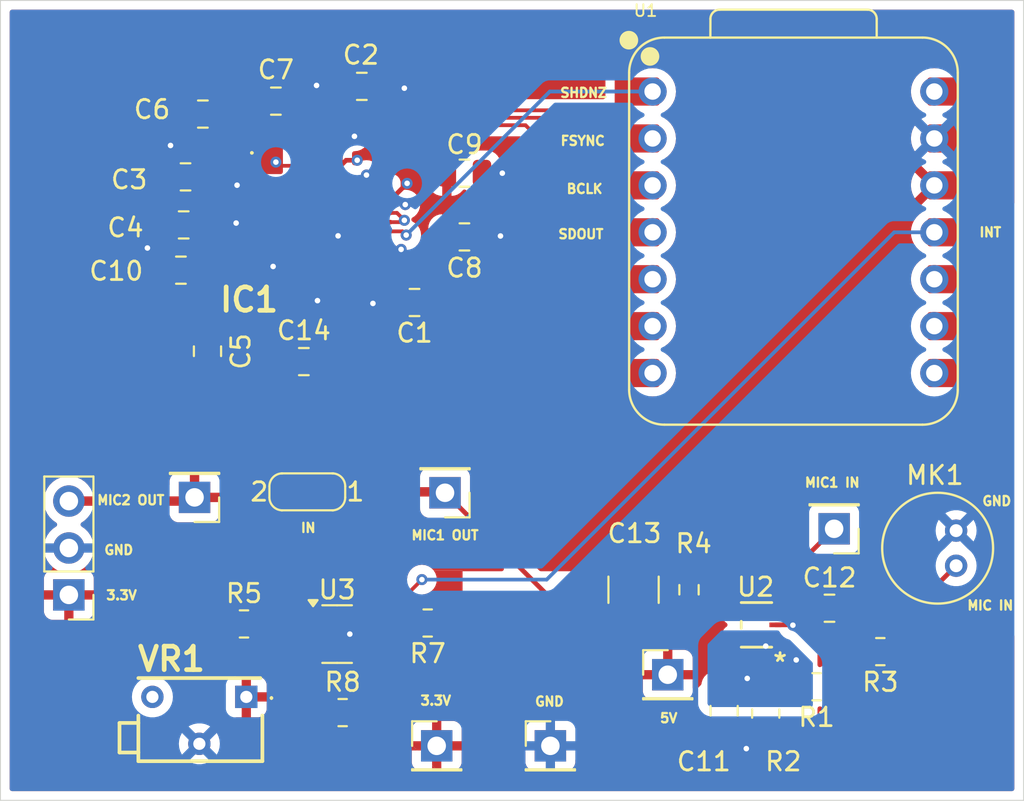
<source format=kicad_pcb>
(kicad_pcb (version 20240108) (generator "pcbnew") (generator_version "8.0")
  (layers (0 "F.Cu" signal) (31 "B.Cu" signal) (34 "B.Paste" user) (35 "F.Paste" user) (36 "B.SilkS" user "B.Silkscreen") (37 "F.SilkS" user "F.Silkscreen") (38 "B.Mask" user) (39 "F.Mask" user) (44 "Edge.Cuts" user))
  (net 0 "")
  (net 1 "GND")
  (net 2 "/AREG")
  (net 3 "Net-(IC1-IN1P)")
  (net 4 "MIC1_OUT")
  (net 5 "/DREG")
  (net 6 "Net-(IC1-VREF)")
  (net 7 "MIC_IN")
  (net 8 "Net-(IC1-IN2P)")
  (net 9 "MIC2_OUT")
  (net 11 "SDOUT")
  (net 12 "MICBIAS")
  (net 13 "FSYNC")
  (net 14 "SHDNZ")
  (net 16 "BCLK")
  (net 19 "+3.3V")
  (net 20 "+5V")
  (net 21 "INT")
  (net 29 "IN")
  (net 31 "/MIC")
  (net 32 "VA")
  (net 33 "/IN+")
  (footprint "Capacitor_SMD:C_0805_2012Metric_Pad1.18x1.45mm_HandSolder" (layer "F.Cu") (at 109.35 79.25 180)
    (property "Reference" "C2" (at 0.05 1.7 0) (layer "F.SilkS"))
    (property "Value" "1uF" (hide yes))
    (pad "1" smd roundrect (at -1.0375 0 180) (size 1.175 1.45) (layers "F.Cu" "F.Paste" "F.Mask") (roundrect_rratio 0.212766) (net 1 "GND"))
    (pad "2" smd roundrect (at 1.0375 0 180) (size 1.175 1.45) (layers "F.Cu" "F.Paste" "F.Mask") (roundrect_rratio 0.212766) (net 19 "+3.3V"))
  )
  (footprint "Capacitor_SMD:C_0805_2012Metric" (layer "F.Cu") (at 112.2 90.95)
    (property "Reference" "C1" (at 0 1.65 0) (layer "F.SilkS"))
    (property "Value" "0.1uF" (hide yes))
    (pad "1" smd roundrect (at -0.95 0) (size 1 1.45) (layers "F.Cu" "F.Paste" "F.Mask") (net 1 "GND"))
    (pad "2" smd roundrect (at 0.95 0) (size 1 1.45) (layers "F.Cu" "F.Paste" "F.Mask") (net 19 "+3.3V"))
  )
  (footprint "Capacitor_SMD:C_0805_2012Metric_Pad1.18x1.45mm_HandSolder" (layer "F.Cu") (at 128.95 113.05 90)
    (property "Reference" "C11" (at -2.75 -1.1 0) (layer "F.SilkS"))
    (property "Value" "3.3u" (hide yes))
    (pad "1" smd roundrect (at -1.0375 0 90) (size 1.175 1.45) (layers "F.Cu" "F.Paste" "F.Mask") (roundrect_rratio 0.212766) (net 1 "GND"))
    (pad "2" smd roundrect (at 1.0375 0 90) (size 1.175 1.45) (layers "F.Cu" "F.Paste" "F.Mask") (roundrect_rratio 0.212766) (net 33 "/IN+"))
  )
  (footprint "footprints:PCM1841QRGERQ1" (layer "F.Cu") (at 106.95 86.35)
    (property "Reference" "IC1" (at -3.7 4.45 0) (layer "F.SilkS") (effects (font (size 1.27 1.27) (thickness 0.254))))
    (property "Value" "PCM1841QRGERQ1" (hide yes))
    (pad "1" smd rect (at -2.8 -1.25 90) (size 0.24 2.4) (layers "F.Cu" "F.Paste" "F.Mask") (net 19 "+3.3V"))
    (pad "2" smd rect (at -2.8 -0.75 90) (size 0.24 2.4) (layers "F.Cu" "F.Paste" "F.Mask") (net 2 "/AREG"))
    (pad "3" smd rect (at -2.8 -0.25 90) (size 0.24 2.4) (layers "F.Cu" "F.Paste" "F.Mask") (net 6 "Net-(IC1-VREF)"))
    (pad "4" smd rect (at -2.8 0.25 90) (size 0.24 2.4) (layers "F.Cu" "F.Paste" "F.Mask") (net 1 "GND"))
    (pad "5" smd rect (at -2.8 0.75 90) (size 0.24 2.4) (layers "F.Cu" "F.Paste" "F.Mask") (net 12 "MICBIAS"))
    (pad "6" smd rect (at -2.8 1.25 90) (size 0.24 2.4) (layers "F.Cu" "F.Paste" "F.Mask") (net 3 "Net-(IC1-IN1P)"))
    (pad "7" smd rect (at -1.25 2.8) (size 0.24 2.4) (layers "F.Cu" "F.Paste" "F.Mask") (net 1 "GND"))
    (pad "8" smd rect (at -0.75 2.8) (size 0.24 2.4) (layers "F.Cu" "F.Paste" "F.Mask") (net 8 "Net-(IC1-IN2P)"))
    (pad "9" smd rect (at -0.25 2.8) (size 0.24 2.4) (layers "F.Cu" "F.Paste" "F.Mask") (net 1 "GND"))
    (pad "10" smd rect (at 0.25 2.8) (size 0.24 2.4) (layers "F.Cu" "F.Paste" "F.Mask"))
    (pad "11" smd rect (at 0.75 2.8) (size 0.24 2.4) (layers "F.Cu" "F.Paste" "F.Mask"))
    (pad "12" smd rect (at 1.25 2.8) (size 0.24 2.4) (layers "F.Cu" "F.Paste" "F.Mask"))
    (pad "13" smd rect (at 2.8 1.25 90) (size 0.24 2.4) (layers "F.Cu" "F.Paste" "F.Mask"))
    (pad "14" smd rect (at 2.8 0.75 90) (size 0.24 2.4) (layers "F.Cu" "F.Paste" "F.Mask") (net 14 "SHDNZ"))
    (pad "15" smd rect (at 2.8 0.25 90) (size 0.24 2.4) (layers "F.Cu" "F.Paste" "F.Mask") (net 19 "+3.3V"))
    (pad "16" smd rect (at 2.8 -0.25 90) (size 0.24 2.4) (layers "F.Cu" "F.Paste" "F.Mask") (net 19 "+3.3V"))
    (pad "17" smd rect (at 2.8 -0.75 90) (size 0.24 2.4) (layers "F.Cu" "F.Paste" "F.Mask") (net 1 "GND"))
    (pad "18" smd rect (at 2.8 -1.25 90) (size 0.24 2.4) (layers "F.Cu" "F.Paste" "F.Mask") (net 19 "+3.3V"))
    (pad "19" smd rect (at 1.25 -2.8) (size 0.24 2.4) (layers "F.Cu" "F.Paste" "F.Mask") (net 19 "+3.3V"))
    (pad "20" smd rect (at 0.75 -2.8) (size 0.24 2.4) (layers "F.Cu" "F.Paste" "F.Mask") (net 1 "GND"))
    (pad "21" smd rect (at 0.25 -2.8) (size 0.24 2.4) (layers "F.Cu" "F.Paste" "F.Mask") (net 11 "SDOUT"))
    (pad "22" smd rect (at -0.25 -2.8) (size 0.24 2.4) (layers "F.Cu" "F.Paste" "F.Mask") (net 16 "BCLK"))
    (pad "23" smd rect (at -0.75 -2.8) (size 0.24 2.4) (layers "F.Cu" "F.Paste" "F.Mask") (net 13 "FSYNC"))
    (pad "24" smd rect (at -1.25 -2.8) (size 0.24 2.4) (layers "F.Cu" "F.Paste" "F.Mask") (net 5 "/DREG"))
    (pad "25" smd rect (at 0 0) (size 1.68 1.68) (layers "F.Cu" "F.Paste" "F.Mask") (net 1 "GND"))
    (pad "A1" smd rect (at -2.8 -1.725) (size 2.4 0.25) (layers "F.Cu" "F.Paste" "F.Mask") (net 1 "GND"))
    (pad "A2" smd rect (at -2.8 1.725) (size 2.4 0.25) (layers "F.Cu" "F.Paste" "F.Mask") (net 1 "GND"))
    (pad "A3" smd rect (at 2.8 1.725) (size 2.4 0.25) (layers "F.Cu" "F.Paste" "F.Mask") (net 1 "GND"))
    (pad "A4" smd rect (at 2.8 -1.725) (size 2.4 0.25) (layers "F.Cu" "F.Paste" "F.Mask") (net 1 "GND"))
  )
  (footprint "Connector_PinHeader_2.54mm:PinHeader_1x03_P2.54mm_Vertical" (layer "F.Cu") (at 93.5 106.78 180)
    (property "Reference" "J6" (hide yes))
    (property "Value" "Conn_01x03_Pin" (hide yes))
    (pad "1" thru_hole rect (at 0 0 180) (size 1.7 1.7) (drill 1) (layers "*.Cu" "*.Mask") (net 19 "+3.3V"))
    (pad "2" thru_hole oval (at 0 2.54 180) (size 1.7 1.7) (drill 1) (layers "*.Cu" "*.Mask") (net 1 "GND"))
    (pad "3" thru_hole oval (at 0 5.08 180) (size 1.7 1.7) (drill 1) (layers "*.Cu" "*.Mask") (net 9 "MIC2_OUT"))
  )
  (footprint "Capacitor_SMD:C_0805_2012Metric_Pad1.18x1.45mm_HandSolder" (layer "F.Cu") (at 134.65 107.5 180)
    (property "Reference" "C12" (at 0 1.65 0) (layer "F.SilkS"))
    (property "Value" "4.7u" (hide yes))
    (pad "1" smd roundrect (at -1.0375 0 180) (size 1.175 1.45) (layers "F.Cu" "F.Paste" "F.Mask") (roundrect_rratio 0.212766) (net 31 "/MIC"))
    (pad "2" smd roundrect (at 1.0375 0 180) (size 1.175 1.45) (layers "F.Cu" "F.Paste" "F.Mask") (roundrect_rratio 0.212766) (net 7 "MIC_IN"))
  )
  (footprint "Resistor_SMD:R_0805_2012Metric" (layer "F.Cu") (at 108.3125 113.15)
    (property "Reference" "R8" (at 0 -1.65 0) (layer "F.SilkS"))
    (property "Value" "100K" (hide yes))
    (pad "1" smd roundrect (at -0.9125 0) (size 1.025 1.4) (layers "F.Cu" "F.Paste" "F.Mask") (roundrect_rratio 0.243902) (net 32 "VA"))
    (pad "2" smd roundrect (at 0.9125 0) (size 1.025 1.4) (layers "F.Cu" "F.Paste" "F.Mask") (roundrect_rratio 0.243902) (net 21 "INT"))
  )
  (footprint "Resistor_SMD:R_0805_2012Metric" (layer "F.Cu") (at 137.4 109.85 180)
    (property "Reference" "R3" (at 0 -1.65 0) (layer "F.SilkS"))
    (property "Value" "5.9K" (hide yes))
    (pad "1" smd roundrect (at -0.9125 0 180) (size 1.025 1.4) (layers "F.Cu" "F.Paste" "F.Mask") (roundrect_rratio 0.243902) (net 19 "+3.3V"))
    (pad "2" smd roundrect (at 0.9125 0 180) (size 1.025 1.4) (layers "F.Cu" "F.Paste" "F.Mask") (roundrect_rratio 0.243902) (net 31 "/MIC"))
  )
  (footprint "footprints:CUI_CMC-5042PF-AC" (layer "F.Cu") (at 140.5 104.25)
    (property "Reference" "MK1" (at -0.15 -3.95 0) (layer "F.SilkS") (effects (font (size 1.000693 1.000693))))
    (property "Value" "Microphone" (hide yes))
    (pad "GND" thru_hole circle (at 1 -0.95) (size 1.208 1.208) (drill 0.7) (layers "*.Cu" "*.Mask" "Eco1.User") (net 1 "GND"))
    (pad "MIC" thru_hole circle (at 1 0.95) (size 1.208 1.208) (drill 0.7) (layers "*.Cu" "*.Mask") (net 31 "/MIC"))
  )
  (footprint "footprints:DCK5_TEX-L" (layer "F.Cu") (at 130.7 108.4 180)
    (property "Reference" "U2" (at 0.05 2.05 0) (layer "F.SilkS"))
    (property "Value" "TLV6741DCKR" (hide yes))
    (fp_text user "*" (at -1.27635 -2.047 0) (layer "F.SilkS"))
    (pad "1" smd rect (at -1.02235 -0.649999 180) (size 0.6477 0.254) (layers "F.Cu" "F.Paste" "F.Mask") (net 33 "/IN+"))
    (pad "2" smd rect (at -1.02235 0 180) (size 0.6477 0.254) (layers "F.Cu" "F.Paste" "F.Mask") (net 1 "GND"))
    (pad "3" smd rect (at -1.02235 0.649999 180) (size 0.6477 0.254) (layers "F.Cu" "F.Paste" "F.Mask") (net 7 "MIC_IN"))
    (pad "4" smd rect (at 1.02235 0.649999 180) (size 0.6477 0.254) (layers "F.Cu" "F.Paste" "F.Mask") (net 4 "MIC1_OUT"))
    (pad "5" smd rect (at 1.02235 -0.649999 180) (size 0.6477 0.254) (layers "F.Cu" "F.Paste" "F.Mask") (net 20 "+5V"))
  )
  (footprint "Jumper:SolderJumper-3_P1.3mm_Open_RoundedPad1.0x1.5mm_NumberLabels" (layer "F.Cu") (at 106.4 101.2 180)
    (property "Reference" "JP2" (hide yes))
    (property "Value" "SolderJumper_3_Open" (hide yes))
    (fp_text user "2" (at 2.6 0 0) (layer "F.SilkS"))
    (fp_text user "1" (at -2.6 0 0) (layer "F.SilkS"))
    (pad "1" smd custom (at -1.3 0 180) (size 1 0.5) (layers "F.Cu" "F.Mask") (net 4 "MIC1_OUT") (options (clearance outline) (anchor rect)) (primitives (gr_circle (center 0 0.25) (end 0.5 0.25) (width 0) (fill yes)) (gr_circle (center 0 -0.25) (end 0.5 -0.25) (width 0) (fill yes)) (gr_poly (pts (xy 0.55 0.75) (xy 0 0.75) (xy 0 -0.75) (xy 0.55 -0.75)) (width 0) (fill yes))))
    (pad "2" smd rect (at 0 0 180) (size 1 1.5) (layers "F.Cu" "F.Mask") (net 29 "IN"))
    (pad "3" smd custom (at 1.3 0 180) (size 1 0.5) (layers "F.Cu" "F.Mask") (net 9 "MIC2_OUT") (options (clearance outline) (anchor rect)) (primitives (gr_circle (center 0 0.25) (end 0.5 0.25) (width 0) (fill yes)) (gr_circle (center 0 -0.25) (end 0.5 -0.25) (width 0) (fill yes)) (gr_poly (pts (xy 0 0.75) (xy -0.55 0.75) (xy -0.55 -0.75) (xy 0 -0.75)) (width 0) (fill yes))))
  )
  (footprint "Resistor_SMD:R_0603_1608Metric_Pad0.98x0.95mm_HandSolder" (layer "F.Cu") (at 127.05 106.5 -90)
    (property "Reference" "R4" (at -2.5 -0.25 0) (layer "F.SilkS"))
    (property "Value" "67.8K" (hide yes))
    (pad "1" smd roundrect (at -0.9125 0 270) (size 0.975 0.95) (layers "F.Cu" "F.Paste" "F.Mask") (net 7 "MIC_IN"))
    (pad "2" smd roundrect (at 0.9125 0 270) (size 0.975 0.95) (layers "F.Cu" "F.Paste" "F.Mask") (net 4 "MIC1_OUT"))
  )
  (footprint "Capacitor_SMD:C_0805_2012Metric_Pad1.18x1.45mm_HandSolder" (layer "F.Cu") (at 99.5625 89.2)
    (property "Reference" "C10" (at -3.5 0.05 0) (layer "F.SilkS"))
    (property "Value" "1uF")
    (pad "1" smd roundrect (at -1.0375 0) (size 1.175 1.45) (layers "F.Cu" "F.Paste" "F.Mask") (roundrect_rratio 0.212766) (net 1 "GND"))
    (pad "2" smd roundrect (at 1.0375 0) (size 1.175 1.45) (layers "F.Cu" "F.Paste" "F.Mask") (roundrect_rratio 0.212766) (net 6 "Net-(IC1-VREF)"))
  )
  (footprint "Connector_PinHeader_2.54mm:PinHeader_1x01_P2.54mm_Vertical" (layer "F.Cu") (at 125.9 111.1)
    (property "Reference" "J5" (hide yes))
    (property "Value" "Conn_01x01_Pin" (hide yes))
    (pad "1" thru_hole rect (at 0 0) (size 1.7 1.7) (drill 1) (layers "*.Cu" "*.Mask") (net 20 "+5V"))
  )
  (footprint "Capacitor_SMD:C_0805_2012Metric_Pad1.18x1.45mm_HandSolder" (layer "F.Cu") (at 106.2125 94.15)
    (property "Reference" "C14" (at 0 -1.68 0) (layer "F.SilkS"))
    (property "Value" "1uF" (hide yes))
    (pad "1" smd roundrect (at -1.0375 0) (size 1.175 1.45) (layers "F.Cu" "F.Paste" "F.Mask") (roundrect_rratio 0.212766) (net 4 "MIC1_OUT"))
    (pad "2" smd roundrect (at 1.0375 0) (size 1.175 1.45) (layers "F.Cu" "F.Paste" "F.Mask") (roundrect_rratio 0.212766) (net 8 "Net-(IC1-IN2P)"))
  )
  (footprint "Capacitor_SMD:C_0805_2012Metric" (layer "F.Cu") (at 104.7 80.05 180)
    (property "Reference" "C7" (at 0 1.7 0) (layer "F.SilkS"))
    (property "Value" "10uF" (hide yes))
    (pad "1" smd roundrect (at -0.95 0 180) (size 1 1.45) (layers "F.Cu" "F.Paste" "F.Mask") (net 1 "GND"))
    (pad "2" smd roundrect (at 0.95 0 180) (size 1 1.45) (layers "F.Cu" "F.Paste" "F.Mask") (net 5 "/DREG"))
  )
  (footprint "Connector_PinHeader_2.54mm:PinHeader_1x01_P2.54mm_Vertical" (layer "F.Cu") (at 134.9 103.2 180)
    (property "Reference" "J2" (hide yes))
    (property "Value" "Conn_01x01_Pin" (hide yes))
    (pad "1" thru_hole rect (at 0 0 180) (size 1.7 1.7) (drill 1) (layers "*.Cu" "*.Mask") (net 7 "MIC_IN"))
  )
  (footprint "footprints:3266X1104LF" (layer "F.Cu") (at 103.1 112.3 180)
    (property "Reference" "VR1" (at 4.05 2.05 0) (layer "F.SilkS") (effects (font (size 1.27 1.27) (thickness 0.254))))
    (property "Value" "3266X-1-104LF" (hide yes))
    (pad "1" thru_hole rect (at 0 0 180) (size 1.21 1.21) (drill 0.66) (layers "*.Cu" "*.Mask") (net 32 "VA"))
    (pad "2" thru_hole circle (at 2.54 -2.54 180) (size 1.21 1.21) (drill 0.66) (layers "*.Cu" "*.Mask") (net 1 "GND"))
    (pad "3" thru_hole circle (at 5.08 0 180) (size 1.21 1.21) (drill 0.66) (layers "*.Cu" "*.Mask"))
  )
  (footprint "Resistor_SMD:R_0805_2012Metric" (layer "F.Cu") (at 133.95 111.75 180)
    (property "Reference" "R1" (at 0 -1.65 0) (layer "F.SilkS"))
    (property "Value" "100K" (hide yes))
    (pad "1" smd roundrect (at -0.9125 0 180) (size 1.025 1.4) (layers "F.Cu" "F.Paste" "F.Mask") (roundrect_rratio 0.243902) (net 19 "+3.3V"))
    (pad "2" smd roundrect (at 0.9125 0 180) (size 1.025 1.4) (layers "F.Cu" "F.Paste" "F.Mask") (roundrect_rratio 0.243902) (net 33 "/IN+"))
  )
  (footprint "Capacitor_SMD:C_1210_3225Metric" (layer "F.Cu") (at 124.05 106.5 90)
    (property "Reference" "C13" (at 3.05 0.05 180) (layer "F.SilkS"))
    (property "Value" "17.6u" (hide yes))
    (pad "1" smd roundrect (at -1.475 0 90) (size 1.15 2.7) (layers "F.Cu" "F.Paste" "F.Mask") (roundrect_rratio 0.217391) (net 4 "MIC1_OUT"))
    (pad "2" smd roundrect (at 1.475 0 90) (size 1.15 2.7) (layers "F.Cu" "F.Paste" "F.Mask") (roundrect_rratio 0.217391) (net 7 "MIC_IN"))
  )
  (footprint "Connector_PinHeader_2.54mm:PinHeader_1x01_P2.54mm_Vertical" (layer "F.Cu") (at 100.3 101.5 180)
    (property "Reference" "J7" (hide yes))
    (property "Value" "Conn_01x01_Pin" (hide yes))
    (pad "1" thru_hole rect (at 0 0 180) (size 1.7 1.7) (drill 1) (layers "*.Cu" "*.Mask") (net 9 "MIC2_OUT"))
  )
  (footprint "Capacitor_SMD:C_0805_2012Metric_Pad1.18x1.45mm_HandSolder" (layer "F.Cu") (at 101 93.5875 90)
    (property "Reference" "C5" (at -0.0125 1.8 90) (layer "F.SilkS"))
    (property "Value" "1uF" (hide yes))
    (pad "1" smd roundrect (at -1.0375 0 90) (size 1.175 1.45) (layers "F.Cu" "F.Paste" "F.Mask") (roundrect_rratio 0.212766) (net 9 "MIC2_OUT"))
    (pad "2" smd roundrect (at 1.0375 0 90) (size 1.175 1.45) (layers "F.Cu" "F.Paste" "F.Mask") (roundrect_rratio 0.212766) (net 3 "Net-(IC1-IN1P)"))
  )
  (footprint "Resistor_SMD:R_0805_2012Metric" (layer "F.Cu") (at 131.2 113.2 -90)
    (property "Reference" "R2" (at 2.6 -0.95 0) (layer "F.SilkS"))
    (property "Value" "100K" (hide yes))
    (pad "1" smd roundrect (at -0.9125 0 270) (size 1.025 1.4) (layers "F.Cu" "F.Paste" "F.Mask") (roundrect_rratio 0.243902) (net 33 "/IN+"))
    (pad "2" smd roundrect (at 0.9125 0 270) (size 1.025 1.4) (layers "F.Cu" "F.Paste" "F.Mask") (roundrect_rratio 0.243902) (net 1 "GND"))
  )
  (footprint "Resistor_SMD:R_0805_2012Metric" (layer "F.Cu") (at 102.975 108.35)
    (property "Reference" "R5" (at 0 -1.65 0) (layer "F.SilkS"))
    (property "Value" "100K" (hide yes))
    (pad "1" smd roundrect (at -0.9125 0) (size 1.025 1.4) (layers "F.Cu" "F.Paste" "F.Mask") (roundrect_rratio 0.243902) (net 19 "+3.3V"))
    (pad "2" smd roundrect (at 0.9125 0) (size 1.025 1.4) (layers "F.Cu" "F.Paste" "F.Mask") (roundrect_rratio 0.243902) (net 32 "VA"))
  )
  (footprint "Connector_PinHeader_2.54mm:PinHeader_1x01_P2.54mm_Vertical" (layer "F.Cu") (at 119.55 114.95)
    (property "Reference" "J4" (hide yes))
    (property "Value" "Conn_01x01_Pin" (hide yes))
    (pad "1" thru_hole rect (at 0 0) (size 1.7 1.7) (drill 1) (layers "*.Cu" "*.Mask") (net 1 "GND"))
  )
  (footprint "Connector_PinHeader_2.54mm:PinHeader_1x01_P2.54mm_Vertical" (layer "F.Cu") (at 113.4 114.95)
    (property "Reference" "J3" (hide yes))
    (property "Value" "Conn_01x01_Pin" (hide yes))
    (pad "1" thru_hole rect (at 0 0) (size 1.7 1.7) (drill 1) (layers "*.Cu" "*.Mask") (net 19 "+3.3V"))
  )
  (footprint "Capacitor_SMD:C_0805_2012Metric" (layer "F.Cu") (at 114.9 83.95 180)
    (property "Reference" "C9" (at 0 1.55 0) (layer "F.SilkS"))
    (property "Value" "0.1uF" (hide yes))
    (pad "1" smd roundrect (at -0.95 0 180) (size 1 1.45) (layers "F.Cu" "F.Paste" "F.Mask") (net 1 "GND"))
    (pad "2" smd roundrect (at 0.95 0 180) (size 1 1.45) (layers "F.Cu" "F.Paste" "F.Mask") (net 19 "+3.3V"))
  )
  (footprint "Connector_PinHeader_2.54mm:PinHeader_1x01_P2.54mm_Vertical" (layer "F.Cu") (at 113.85 101.25 180)
    (property "Reference" "J1" (hide yes))
    (property "Value" "Conn_01x01_Pin" (hide yes))
    (pad "1" thru_hole rect (at 0 0 180) (size 1.7 1.7) (drill 1) (layers "*.Cu" "*.Mask") (net 4 "MIC1_OUT"))
  )
  (footprint "Package_TO_SOT_SMD:SOT-23-5" (layer "F.Cu") (at 108.0125 108.9)
    (property "Reference" "U3" (at 0 -2.4 0) (layer "F.SilkS"))
    (property "Value" "TL331KDBVR" (hide yes))
    (pad "1" smd roundrect (at -1.1375 -0.95) (size 1.325 0.6) (layers "F.Cu" "F.Paste" "F.Mask") (net 29 "IN"))
    (pad "2" smd roundrect (at -1.1375 0) (size 1.325 0.6) (layers "F.Cu" "F.Paste" "F.Mask") (net 1 "GND"))
    (pad "3" smd roundrect (at -1.1375 0.95) (size 1.325 0.6) (layers "F.Cu" "F.Paste" "F.Mask") (net 32 "VA"))
    (pad "4" smd roundrect (at 1.1375 0.95) (size 1.325 0.6) (layers "F.Cu" "F.Paste" "F.Mask") (net 21 "INT"))
    (pad "5" smd roundrect (at 1.1375 -0.95) (size 1.325 0.6) (layers "F.Cu" "F.Paste" "F.Mask") (net 19 "+3.3V"))
  )
  (footprint "Capacitor_SMD:C_0805_2012Metric" (layer "F.Cu") (at 114.9 87.4 180)
    (property "Reference" "C8" (at 0 -1.68 0) (layer "F.SilkS"))
    (property "Value" "10uF" (hide yes))
    (pad "1" smd roundrect (at -0.95 0 180) (size 1 1.45) (layers "F.Cu" "F.Paste" "F.Mask") (net 1 "GND"))
    (pad "2" smd roundrect (at 0.95 0 180) (size 1 1.45) (layers "F.Cu" "F.Paste" "F.Mask") (net 19 "+3.3V"))
  )
  (footprint "Capacitor_SMD:C_0805_2012Metric" (layer "F.Cu") (at 100.75 80.75 180)
    (property "Reference" "C6" (at 2.75 0.25 0) (layer "F.SilkS"))
    (property "Value" "0.1uF")
    (pad "1" smd roundrect (at -0.95 0 180) (size 1 1.45) (layers "F.Cu" "F.Paste" "F.Mask") (net 5 "/DREG"))
    (pad "2" smd roundrect (at 0.95 0 180) (size 1 1.45) (layers "F.Cu" "F.Paste" "F.Mask") (net 1 "GND"))
  )
  (footprint "Capacitor_SMD:C_0805_2012Metric" (layer "F.Cu") (at 99.8125 84.15 180)
    (property "Reference" "C3" (at 3.05 -0.15 0) (layer "F.SilkS"))
    (property "Value" "0.1uF" (hide yes))
    (pad "1" smd roundrect (at -0.95 0 180) (size 1 1.45) (layers "F.Cu" "F.Paste" "F.Mask") (net 2 "/AREG"))
    (pad "2" smd roundrect (at 0.95 0 180) (size 1 1.45) (layers "F.Cu" "F.Paste" "F.Mask") (net 1 "GND"))
  )
  (footprint "footprints:XIAO-ESP32S3-DIP" (layer "F.Cu") (at 132.7 87.15)
    (property "Reference" "U1" (at -8 -12 0) (layer "F.SilkS") (effects (font (size 0.635 0.635) (thickness 0.1016))))
    (property "Value" "MOUDLE-SEEEDUINO-XIAO-ESP32S3")
    (pad "1" smd roundrect (at -8.455 -7.62 180) (size 2.432 1.524) (layers "F.Cu" "F.Mask") (roundrect_rratio 0.1) (net 14 "SHDNZ"))
    (pad "1" thru_hole circle (at -7.62 -7.62 180) (size 1.524 1.524) (drill 0.889) (layers "*.Cu" "*.Mask") (net 14 "SHDNZ"))
    (pad "2" smd roundrect (at -8.455 -5.08 180) (size 2.432 1.524) (layers "F.Cu" "F.Mask") (roundrect_rratio 0.1) (net 13 "FSYNC"))
    (pad "2" thru_hole circle (at -7.62 -5.08 180) (size 1.524 1.524) (drill 0.889) (layers "*.Cu" "*.Mask") (net 13 "FSYNC"))
    (pad "3" smd roundrect (at -8.455 -2.54 180) (size 2.432 1.524) (layers "F.Cu" "F.Mask") (roundrect_rratio 0.1) (net 16 "BCLK"))
    (pad "3" thru_hole circle (at -7.62 -2.54 180) (size 1.524 1.524) (drill 0.889) (layers "*.Cu" "*.Mask") (net 16 "BCLK"))
    (pad "4" smd roundrect (at -8.455 0 180) (size 2.432 1.524) (layers "F.Cu" "F.Mask") (roundrect_rratio 0.1) (net 11 "SDOUT"))
    (pad "4" thru_hole circle (at -7.62 0 180) (size 1.524 1.524) (drill 0.889) (layers "*.Cu" "*.Mask") (net 11 "SDOUT"))
    (pad "5" smd roundrect (at -8.455 2.54 180) (size 2.432 1.524) (layers "F.Cu" "F.Mask") (roundrect_rratio 0.1))
    (pad "5" thru_hole circle (at -7.62 2.54 180) (size 1.524 1.524) (drill 0.889) (layers "*.Cu" "*.Mask"))
    (pad "6" smd roundrect (at -8.455 5.08 180) (size 2.432 1.524) (layers "F.Cu" "F.Mask") (roundrect_rratio 0.1))
    (pad "6" thru_hole circle (at -7.62 5.08 180) (size 1.524 1.524) (drill 0.889) (layers "*.Cu" "*.Mask"))
    (pad "7" smd roundrect (at -8.455 7.62 180) (size 2.432 1.524) (layers "F.Cu" "F.Mask") (roundrect_rratio 0.1))
    (pad "7" thru_hole circle (at -7.62 7.62 180) (size 1.524 1.524) (drill 0.889) (layers "*.Cu" "*.Mask"))
    (pad "8" thru_hole circle (at 7.62 7.62) (size 1.524 1.524) (drill 0.889) (layers "*.Cu" "*.Mask"))
    (pad "8" smd roundrect (at 8.455 7.62) (size 2.432 1.524) (layers "F.Cu" "F.Mask") (roundrect_rratio 0.1))
    (pad "9" thru_hole circle (at 7.62 5.08) (size 1.524 1.524) (drill 0.889) (layers "*.Cu" "*.Mask"))
    (pad "9" smd roundrect (at 8.455 5.08) (size 2.432 1.524) (layers "F.Cu" "F.Mask") (roundrect_rratio 0.1))
    (pad "10" thru_hole circle (at 7.62 2.54) (size 1.524 1.524) (drill 0.889) (layers "*.Cu" "*.Mask"))
    (pad "10" smd roundrect (at 8.455 2.54) (size 2.432 1.524) (layers "F.Cu" "F.Mask") (roundrect_rratio 0.1))
    (pad "11" thru_hole circle (at 7.62 0) (size 1.524 1.524) (drill 0.889) (layers "*.Cu" "*.Mask") (net 21 "INT"))
    (pad "11" smd roundrect (at 8.455 0) (size 2.432 1.524) (layers "F.Cu" "F.Mask") (roundrect_rratio 0.1) (net 21 "INT"))
    (pad "12" thru_hole circle (at 7.62 -2.54) (size 1.524 1.524) (drill 0.889) (layers "*.Cu" "*.Mask") (net 19 "+3.3V"))
    (pad "12" smd roundrect (at 8.455 -2.54) (size 2.432 1.524) (layers "F.Cu" "F.Mask") (roundrect_rratio 0.1) (net 19 "+3.3V"))
    (pad "13" thru_hole circle (at 7.62 -5.08) (size 1.524 1.524) (drill 0.889) (layers "*.Cu" "*.Mask") (net 1 "GND"))
    (pad "13" smd roundrect (at 8.455 -5.08) (size 2.432 1.524) (layers "F.Cu" "F.Mask") (roundrect_rratio 0.1) (net 1 "GND"))
    (pad "14" thru_hole circle (at 7.62 -7.62) (size 1.524 1.524) (drill 0.889) (layers "*.Cu" "*.Mask"))
    (pad "14" smd roundrect (at 8.455 -7.62) (size 2.432 1.524) (layers "F.Cu" "F.Mask") (roundrect_rratio 0.1))
  )
  (footprint "Capacitor_SMD:C_0805_2012Metric" (layer "F.Cu") (at 99.7125 86.75 180)
    (property "Reference" "C4" (at 3.15 -0.15 0) (layer "F.SilkS"))
    (property "Value" "10uF" (hide yes))
    (pad "1" smd roundrect (at -0.95 0 180) (size 1 1.45) (layers "F.Cu" "F.Paste" "F.Mask") (net 2 "/AREG"))
    (pad "2" smd roundrect (at 0.95 0 180) (size 1 1.45) (layers "F.Cu" "F.Paste" "F.Mask") (net 1 "GND"))
  )
  (footprint "Resistor_SMD:R_0805_2012Metric" (layer "F.Cu") (at 112.9125 108.3 180)
    (property "Reference" "R7" (at 0 -1.65 0) (layer "F.SilkS"))
    (property "Value" "10K")
    (pad "1" smd roundrect (at -0.9125 0 180) (size 1.025 1.4) (layers "F.Cu" "F.Paste" "F.Mask") (roundrect_rratio 0.243902) (net 19 "+3.3V"))
    (pad "2" smd roundrect (at 0.9125 0 180) (size 1.025 1.4) (layers "F.Cu" "F.Paste" "F.Mask") (roundrect_rratio 0.243902) (net 21 "INT"))
  )
  (gr_line (start 89.8 117.9) (end 89.8 74.6) (stroke (width 0.05)) (layer "Edge.Cuts"))
  (gr_line (start 145.15 74.6) (end 145.15 117.9) (stroke (width 0.05)) (layer "Edge.Cuts"))
  (gr_line (start 89.8 74.6) (end 145.15 74.6) (stroke (width 0.05)) (layer "Edge.Cuts"))
  (gr_line (start 145.15 117.9) (end 89.8 117.9) (stroke (width 0.05)) (layer "Edge.Cuts"))
  (gr_text "GND" (at 119.5 112.55 0) (layer "F.SilkS") (effects (font (size 0.5 0.5) (thickness 0.125))))
  (gr_text "MIC1 OUT" (at 113.85 103.55 0) (layer "F.SilkS") (effects (font (size 0.5 0.5) (thickness 0.125))))
  (gr_text "FSYNC" (at 121.3 82.2 0) (layer "F.SilkS") (effects (font (size 0.5 0.5) (thickness 0.125))))
  (gr_text "3.3V" (at 113.35 112.5 0) (layer "F.SilkS") (effects (font (size 0.5 0.5) (thickness 0.125))))
  (gr_text "GND" (at 143.7 101.7 0) (layer "F.SilkS") (effects (font (size 0.5 0.5) (thickness 0.125))))
  (gr_text "3.3V" (at 96.35 106.8 0) (layer "F.SilkS") (effects (font (size 0.5 0.5) (thickness 0.125))))
  (gr_text "BCLK\n" (at 121.4 84.8 0) (layer "F.SilkS") (effects (font (size 0.5 0.5) (thickness 0.125))))
  (gr_text "SDOUT" (at 121.2 87.25 0) (layer "F.SilkS") (effects (font (size 0.5 0.5) (thickness 0.125))))
  (gr_text "IN" (at 106.45 103.15 0) (layer "F.SilkS") (effects (font (size 0.5 0.5) (thickness 0.125))))
  (gr_text "SHDNZ" (at 121.35 79.6 0) (layer "F.SilkS") (effects (font (size 0.5 0.5) (thickness 0.125))))
  (gr_text "MIC2 OUT" (at 96.85 101.65 0) (layer "F.SilkS") (effects (font (size 0.5 0.5) (thickness 0.125))))
  (gr_text "MIC1 IN" (at 134.8 100.7 0) (layer "F.SilkS") (effects (font (size 0.5 0.5) (thickness 0.125))))
  (gr_text "5V" (at 125.95 113.45 0) (layer "F.SilkS") (effects (font (size 0.5 0.5) (thickness 0.125))))
  (gr_text "GND\n" (at 96.2 104.35 0) (layer "F.SilkS") (effects (font (size 0.5 0.5) (thickness 0.125))))
  (gr_text "MIC IN" (at 143.35 107.35 0) (layer "F.SilkS") (effects (font (size 0.5 0.5) (thickness 0.125))))
  (gr_text "INT" (at 143.35 87.15 0) (layer "F.SilkS") (effects (font (size 0.5 0.5) (thickness 0.125))))
  (segment (start 109.75 84.625) (end 109.75 84.2) (width 0.2032) (layer "F.Cu") (net 1))
  (segment (start 107.7 83.55) (end 107.7 82.076) (width 0.254) (layer "F.Cu") (net 1))
  (segment (start 104.15 88.6) (end 104.15 88.075) (width 0.2032) (layer "F.Cu") (net 1))
  (segment (start 109.95 91) (end 110 90.95) (width 0.508) (layer "F.Cu") (net 1))
  (segment (start 102.6 84.6) (end 104.125 84.6) (width 0.2032) (layer "F.Cu") (net 1))
  (segment (start 97.75 87.7625) (end 98.7625 86.75) (width 0.2032) (layer "F.Cu") (net 1))
  (segment (start 109.75 88.075) (end 111.475 88.075) (width 0.2032) (layer "F.Cu") (net 1))
  (segment (start 99 82.45) (end 99 81.55) (width 0.508) (layer "F.Cu") (net 1))
  (segment (start 98.8625 84.15) (end 98.8625 82.5875) (width 0.508) (layer "F.Cu") (net 1))
  (segment (start 98.7625 86.75) (end 98.7625 86.9875) (width 0.2) (layer "F.Cu") (net 1))
  (segment (start 104.15 84.625) (end 103.725 84.625) (width 0.2032) (layer "F.Cu") (net 1))
  (segment (start 132.650694 108.4) (end 131.72235 108.4) (width 0.254) (layer "F.Cu") (net 1))
  (segment (start 130.15 115.1) (end 130.2125 115.1) (width 0.508) (layer "F.Cu") (net 1))
  (segment (start 104.125 84.6) (end 104.15 84.625) (width 0.2032) (layer "F.Cu") (net 1))
  (segment (start 104.15 86.6) (end 102.6 86.6) (width 0.254) (layer "F.Cu") (net 1))
  (segment (start 107.7 82.076) (end 107.826 81.95) (width 0.254) (layer "F.Cu") (net 1))
  (segment (start 111.5 88.1) (end 111.475 88.075) (width 0.2032) (layer "F.Cu") (net 1))
  (segment (start 104.7 89.15) (end 104.55 89) (width 0.254) (layer "F.Cu") (net 1))
  (segment (start 104.55 89) (end 104.15 88.6) (width 0.2032) (layer "F.Cu") (net 1))
  (segment (start 128.95 114.0875) (end 129.1375 114.0875) (width 0.508) (layer "F.Cu") (net 1))
  (segment (start 115.85 87.4) (end 116.8 87.4) (width 0.508) (layer "F.Cu") (net 1))
  (segment (start 111.55 79.25) (end 111.65 79.35) (width 0.508) (layer "F.Cu") (net 1))
  (segment (start 106.875 108.9) (end 108.7 108.9) (width 0.508) (layer "F.Cu") (net 1))
  (segment (start 110 90.95) (end 111.25 90.95) (width 0.508) (layer "F.Cu") (net 1))
  (segment (start 110.3875 79.25) (end 111.55 79.25) (width 0.508) (layer "F.Cu") (net 1))
  (segment (start 99 81.55) (end 99.8 80.75) (width 0.508) (layer "F.Cu") (net 1))
  (segment (start 98.525 89.2) (end 98.525 88.775) (width 0.2032) (layer "F.Cu") (net 1))
  (segment (start 98.8625 82.5875) (end 99 82.45) (width 0.508) (layer "F.Cu") (net 1))
  (segment (start 109.75 84.2) (end 109.6 84.05) (width 0.2032) (layer "F.Cu") (net 1))
  (segment (start 97.75 88) (end 97.75 87.7625) (width 0.2032) (layer "F.Cu") (net 1))
  (segment (start 111.65 85.6) (end 111.7 85.65) (width 0.2032) (layer "F.Cu") (net 1))
  (segment (start 105.65 80.05) (end 106.5 79.2) (width 0.508) (layer "F.Cu") (net 1))
  (segment (start 105.7 89.15) (end 104.7 89.15) (width 0.254) (layer "F.Cu") (net 1))
  (segment (start 106.5 79.2) (end 106.9 79.2) (width 0.508) (layer "F.Cu") (net 1))
  (segment (start 106.7 89.15) (end 106.7 90.6) (width 0.254) (layer "F.Cu") (net 1))
  (segment (start 107.942351 87.342351) (end 106.95 86.35) (width 0.254) (layer "F.Cu") (net 1))
  (segment (start 115.85 83.95) (end 116.95 83.95) (width 0.508) (layer "F.Cu") (net 1))
  (segment (start 106.7 90.6) (end 106.95 90.85) (width 0.254) (layer "F.Cu") (net 1))
  (segment (start 108.065199 87.342351) (end 107.942351 87.342351) (width 0.254) (layer "F.Cu") (net 1))
  (segment (start 108.95 81.95) (end 108.95 81.9548) (width 0.254) (layer "F.Cu") (net 1))
  (segment (start 98.525 88.775) (end 97.75 88) (width 0.2032) (layer "F.Cu") (net 1))
  (segment (start 116.8 87.4) (end 116.85 87.35) (width 0.508) (layer "F.Cu") (net 1))
  (segment (start 129.1375 114.0875) (end 130.15 115.1) (width 0.508) (layer "F.Cu") (net 1))
  (segment (start 109.75 85.6) (end 111.65 85.6) (width 0.2032) (layer "F.Cu") (net 1))
  (segment (start 130.2125 115.1) (end 131.2 114.1125) (width 0.508) (layer "F.Cu") (net 1))
  (segment (start 132.669572 108.418878) (end 132.650694 108.4) (width 0.254) (layer "F.Cu") (net 1))
  (segment (start 107.826 81.95) (end 108.95 81.95) (width 0.254) (layer "F.Cu") (net 1))
  (segment (start 102.6 86.6) (end 102.55 86.65) (width 0.254) (layer "F.Cu") (net 1))
  (via (at 104.55 89) (size 0.6) (drill 0.3) (layers "F.Cu" "B.Cu") (net 1))
  (via (at 116.95 83.95) (size 0.6) (drill 0.3) (layers "F.Cu" "B.Cu") (net 1))
  (via (at 106.9 79.2) (size 0.6) (drill 0.3) (layers "F.Cu" "B.Cu") (net 1))
  (via (at 106.95 90.85) (size 0.6) (drill 0.3) (layers "F.Cu" "B.Cu") (net 1))
  (via (at 111.475 88.075) (size 0.6) (drill 0.3) (layers "F.Cu" "B.Cu") (net 1))
  (via (at 130.15 115.1) (size 0.6) (drill 0.3) (layers "F.Cu" "B.Cu") (net 1))
  (via (at 108.95 81.9548) (size 0.6) (drill 0.3) (layers "F.Cu" "B.Cu") (net 1))
  (via (at 108.7 108.9) (size 0.6) (drill 0.3) (layers "F.Cu" "B.Cu") (net 1))
  (via (at 109.95 91) (size 0.6) (drill 0.3) (layers "F.Cu" "B.Cu") (net 1))
  (via (at 111.7 85.65) (size 0.6) (drill 0.3) (layers "F.Cu" "B.Cu") (net 1))
  (via (at 99 82.45) (size 0.6) (drill 0.3) (layers "F.Cu" "B.Cu") (net 1))
  (via (at 108.065199 87.342351) (size 0.6) (drill 0.3) (layers "F.Cu" "B.Cu") (net 1))
  (via (at 132.669572 108.418878) (size 0.6) (drill 0.3) (layers "F.Cu" "B.Cu") (net 1))
  (via (at 111.65 79.35) (size 0.6) (drill 0.3) (layers "F.Cu" "B.Cu") (net 1))
  (via (at 97.75 88) (size 0.6) (drill 0.3) (layers "F.Cu" "B.Cu") (net 1))
  (via (at 102.6 84.6) (size 0.6) (drill 0.3) (layers "F.Cu" "B.Cu") (net 1))
  (via (at 109.6 84.05) (size 0.6) (drill 0.3) (layers "F.Cu" "B.Cu") (net 1))
  (via (at 116.85 87.35) (size 0.6) (drill 0.3) (layers "F.Cu" "B.Cu") (net 1))
  (via (at 102.55 86.65) (size 0.6) (drill 0.3) (layers "F.Cu" "B.Cu") (net 1))
  (segment (start 100.7625 84.15) (end 100.7625 84.9625) (width 0.762) (layer "F.Cu") (net 2))
  (segment (start 100.7625 84.9625) (end 101.4 85.6) (width 0.762) (layer "F.Cu") (net 2))
  (segment (start 100.6625 84.25) (end 100.7625 84.15) (width 0.762) (layer "F.Cu") (net 2))
  (segment (start 104.15 85.6) (end 101.4 85.6) (width 0.2032) (layer "F.Cu") (net 2))
  (segment (start 100.6625 86.75) (end 100.6625 84.25) (width 0.762) (layer "F.Cu") (net 2))
  (segment (start 101.3875 92.55) (end 102.6484 91.2891) (width 0.2032) (layer "F.Cu") (net 3))
  (segment (start 102.6484 87.8016) (end 102.85 87.6) (width 0.2032) (layer "F.Cu") (net 3))
  (segment (start 102.6484 91.2891) (end 102.6484 87.8016) (width 0.2032) (layer "F.Cu") (net 3))
  (segment (start 101 92.55) (end 101.3875 92.55) (width 0.2032) (layer "F.Cu") (net 3))
  (segment (start 102.85 87.6) (end 104.15 87.6) (width 0.2032) (layer "F.Cu") (net 3))
  (segment (start 127.05 107.4125) (end 129.340149 107.4125) (width 0.254) (layer "F.Cu") (net 4))
  (segment (start 127.05 107.4125) (end 124.6125 107.4125) (width 0.254) (layer "F.Cu") (net 4))
  (segment (start 107.7 101.2) (end 113.8 101.2) (width 0.508) (layer "F.Cu") (net 4))
  (segment (start 120.575 107.975) (end 113.85 101.25) (width 0.254) (layer "F.Cu") (net 4))
  (segment (start 124.6125 107.4125) (end 124.05 107.975) (width 0.254) (layer "F.Cu") (net 4))
  (segment (start 124.05 107.975) (end 120.575 107.975) (width 0.254) (layer "F.Cu") (net 4))
  (segment (start 105.1 94.225) (end 105.175 94.15) (width 0.508) (layer "F.Cu") (net 4))
  (segment (start 107.7 101.2) (end 107.7 96.675) (width 0.508) (layer "F.Cu") (net 4))
  (segment (start 113.8 101.2) (end 113.85 101.25) (width 0.508) (layer "F.Cu") (net 4))
  (segment (start 107.7 96.675) (end 105.175 94.15) (width 0.508) (layer "F.Cu") (net 4))
  (segment (start 129.340149 107.4125) (end 129.67765 107.750001) (width 0.254) (layer "F.Cu") (net 4))
  (segment (start 104.9 83.55) (end 104.7 83.35) (width 0.2032) (layer "F.Cu") (net 5))
  (segment (start 105.7 83.55) (end 104.9 83.55) (width 0.2032) (layer "F.Cu") (net 5))
  (via (at 104.7 83.35) (size 0.6) (drill 0.3) (layers "F.Cu" "B.Cu") (net 5))
  (segment (start 100.6 89.2) (end 101.5641 88.2359) (width 0.2032) (layer "F.Cu") (net 6))
  (segment (start 102.327609 86.0216) (end 104.0716 86.0216) (width 0.2032) (layer "F.Cu") (net 6))
  (segment (start 101.5641 88.2359) (end 101.5641 86.785109) (width 0.2032) (layer "F.Cu") (net 6))
  (segment (start 101.5641 86.785109) (end 102.327609 86.0216) (width 0.2032) (layer "F.Cu") (net 6))
  (segment (start 104.0716 86.0216) (end 104.15 86.1) (width 0.2032) (layer "F.Cu") (net 6))
  (segment (start 133.362499 107.750001) (end 133.6125 107.5) (width 0.254) (layer "F.Cu") (net 7))
  (segment (start 127.05 105.5875) (end 124.6125 105.5875) (width 0.254) (layer "F.Cu") (net 7))
  (segment (start 124.6125 105.5875) (end 124.05 105.025) (width 0.254) (layer "F.Cu") (net 7))
  (segment (start 131.72235 107.750001) (end 129.559849 105.5875) (width 0.254) (layer "F.Cu") (net 7))
  (segment (start 133.6125 104.4875) (end 134.9 103.2) (width 0.254) (layer "F.Cu") (net 7))
  (segment (start 129.559849 105.5875) (end 127.05 105.5875) (width 0.254) (layer "F.Cu") (net 7))
  (segment (start 133.6125 107.5) (end 133.6125 104.4875) (width 0.254) (layer "F.Cu") (net 7))
  (segment (start 131.72235 107.750001) (end 133.362499 107.750001) (width 0.254) (layer "F.Cu") (net 7))
  (segment (start 106.2 93.1) (end 106.2 89.15) (width 0.2032) (layer "F.Cu") (net 8))
  (segment (start 107.25 94.15) (end 106.2 93.1) (width 0.2032) (layer "F.Cu") (net 8))
  (segment (start 100.1 101.7) (end 100.3 101.5) (width 0.508) (layer "F.Cu") (net 9))
  (segment (start 100.3 101.5) (end 104.8 101.5) (width 0.508) (layer "F.Cu") (net 9))
  (segment (start 104.8 101.5) (end 105.1 101.2) (width 0.508) (layer "F.Cu") (net 9))
  (segment (start 93.5 101.7) (end 100.1 101.7) (width 0.508) (layer "F.Cu") (net 9))
  (segment (start 100.3 95.325) (end 101 94.625) (width 0.508) (layer "F.Cu") (net 9))
  (segment (start 100.3 101.5) (end 100.3 95.325) (width 0.508) (layer "F.Cu") (net 9))
  (segment (start 107.750212 81.3532) (end 107.2 81.903412) (width 0.2032) (layer "F.Cu") (net 11))
  (segment (start 124.00237 87.15) (end 118.20557 81.3532) (width 0.2032) (layer "F.Cu") (net 11))
  (segment (start 107.2 81.903412) (end 107.2 83.55) (width 0.2032) (layer "F.Cu") (net 11))
  (segment (start 118.20557 81.3532) (end 107.750212 81.3532) (width 0.2032) (layer "F.Cu") (net 11))
  (segment (start 125.08 87.15) (end 124.00237 87.15) (width 0.2032) (layer "F.Cu") (net 11))
  (segment (start 106.2 81.762992) (end 107.416192 80.5468) (width 0.2032) (layer "F.Cu") (net 13))
  (segment (start 124.00237 82.07) (end 125.08 82.07) (width 0.2032) (layer "F.Cu") (net 13))
  (segment (start 106.2 83.55) (end 106.2 81.762992) (width 0.2032) (layer "F.Cu") (net 13))
  (segment (start 122.7218 80.5468) (end 124.245 82.07) (width 0.2032) (layer "F.Cu") (net 13))
  (segment (start 124.245 82.07) (end 125.08 82.07) (width 0.2032) (layer "F.Cu") (net 13))
  (segment (start 107.416192 80.5468) (end 122.7218 80.5468) (width 0.2032) (layer "F.Cu") (net 13))
  (segment (start 111.55 87.1) (end 111.75 87.3) (width 0.2032) (layer "F.Cu") (net 14))
  (segment (start 109.75 87.1) (end 111.55 87.1) (width 0.2032) (layer "F.Cu") (net 14))
  (via (at 111.75 87.3) (size 0.6) (drill 0.3) (layers "F.Cu" "B.Cu") (net 14))
  (segment (start 111.75 87.3) (end 119.52 79.53) (width 0.2032) (layer "B.Cu") (net 14))
  (segment (start 119.52 79.53) (end 125.08 79.53) (width 0.2032) (layer "B.Cu") (net 14))
  (segment (start 106.7 83.55) (end 106.7 81.833202) (width 0.2032) (layer "F.Cu") (net 16))
  (segment (start 106.7 81.833202) (end 107.583202 80.95) (width 0.2032) (layer "F.Cu") (net 16))
  (segment (start 120.585 80.95) (end 124.245 84.61) (width 0.2032) (layer "F.Cu") (net 16))
  (segment (start 107.583202 80.95) (end 120.585 80.95) (width 0.2032) (layer "F.Cu") (net 16))
  (segment (start 124.245 84.61) (end 125.08 84.61) (width 0.2032) (layer "F.Cu") (net 16))
  (segment (start 109.1 83.25) (end 108.5 83.25) (width 0.254) (layer "F.Cu") (net 19))
  (segment (start 108.2 83.55) (end 108.2 85.024) (width 0.254) (layer "F.Cu") (net 19))
  (segment (start 108.5 83.25) (end 108.2 83.55) (width 0.254) (layer "F.Cu") (net 19))
  (segment (start 111.2 85.1) (end 111.8 84.5) (width 0.254) (layer "F.Cu") (net 19))
  (segment (start 109.75 85.1) (end 111.2 85.1) (width 0.254) (layer "F.Cu") (net 19))
  (segment (start 111.55 86.6) (end 109.75 86.6) (width 0.2032) (layer "F.Cu") (net 19))
  (segment (start 111.25 86.1) (end 111.65 86.5) (width 0.2032) (layer "F.Cu") (net 19))
  (segment (start 111.65 86.5) (end 111.55 86.6) (width 0.2032) (layer "F.Cu") (net 19))
  (segment (start 109.75 86.1) (end 111.25 86.1) (width 0.2032) (layer "F.Cu") (net 19))
  (segment (start 108.124 85.1) (end 104.15 85.1) (width 0.254) (layer "F.Cu") (net 19))
  (segment (start 108.2 85.024) (end 108.124 85.1) (width 0.254) (layer "F.Cu") (net 19))
  (via (at 111.65 86.5) (size 0.6) (drill 0.3) (layers "F.Cu" "B.Cu") (net 19))
  (via (at 109.1 83.25) (size 0.6) (drill 0.3) (layers "F.Cu" "B.Cu") (net 19))
  (via (at 111.8 84.5) (size 0.6) (drill 0.3) (layers "F.Cu" "B.Cu") (net 19))
  (segment (start 109.15 109.85) (end 110.45 109.85) (width 0.2) (layer "F.Cu") (net 21))
  (segment (start 109.225 113.15) (end 109.225 109.925) (width 0.2032) (layer "F.Cu") (net 21))
  (segment (start 112 108.3) (end 112 106.55) (width 0.2) (layer "F.Cu") (net 21))
  (segment (start 110.45 109.85) (end 112 108.3) (width 0.2) (layer "F.Cu") (net 21))
  (segment (start 109.225 109.925) (end 109.15 109.85) (width 0.2032) (layer "F.Cu") (net 21))
  (segment (start 112 106.55) (end 112.6 105.95) (width 0.2) (layer "F.Cu") (net 21))
  (via (at 112.6 105.95) (size 0.6) (drill 0.3) (layers "F.Cu" "B.Cu") (net 21))
  (segment (start 112.6 105.95) (end 119.35 105.95) (width 0.2) (layer "B.Cu") (net 21))
  (segment (start 138.15 87.15) (end 140.32 87.15) (width 0.2) (layer "B.Cu") (net 21))
  (segment (start 119.35 105.95) (end 138.15 87.15) (width 0.2) (layer "B.Cu") (net 21))
  (segment (start 106.4 107.475) (end 106.875 107.95) (width 0.508) (layer "F.Cu") (net 29))
  (segment (start 106.4 101.2) (end 106.4 107.475) (width 0.508) (layer "F.Cu") (net 29))
  (segment (start 136.4875 109.85) (end 136.4875 108.3) (width 0.254) (layer "F.Cu") (net 31))
  (segment (start 136.4875 108.3) (end 135.6875 107.5) (width 0.254) (layer "F.Cu") (net 31))
  (segment (start 141.5 105.2) (end 139.2 107.5) (width 0.254) (layer "F.Cu") (net 31))
  (segment (start 139.2 107.5) (end 135.6875 107.5) (width 0.254) (layer "F.Cu") (net 31))
  (segment (start 133.0375 110.4875) (end 132.85 110.3) (width 0.508) (layer "F.Cu") (net 33))
  (segment (start 131.2 112.2875) (end 131.1875 112.2875) (width 0.508) (layer "F.Cu") (net 33))
  (segment (start 130.925 112.0125) (end 131.2 112.2875) (width 0.508) (layer "F.Cu") (net 33))
  (segment (start 131.700001 109.049999) (end 131.2 109.55) (width 0.508) (layer "F.Cu") (net 33))
  (segment (start 128.95 112.0125) (end 129.4875 112.0125) (width 0.508) (layer "F.Cu") (net 33))
  (segment (start 129.4875 112.0125) (end 130.2 111.3) (width 0.508) (layer "F.Cu") (net 33))
  (segment (start 131.72235 109.049999) (end 131.700001 109.049999) (width 0.508) (layer "F.Cu") (net 33))
  (segment (start 133.0375 111.75) (end 133.0375 110.4875) (width 0.508) (layer "F.Cu") (net 33))
  (segment (start 131.1875 112.2875) (end 130.2 111.3) (width 0.508) (layer "F.Cu") (net 33))
  (via (at 132.85 110.3) (size 0.6) (drill 0.3) (layers "F.Cu" "B.Cu") (net 33))
  (via (at 131.2 109.55) (size 0.6) (drill 0.3) (layers "F.Cu" "B.Cu") (net 33))
  (via (at 130.2 111.3) (size 0.6) (drill 0.3) (layers "F.Cu" "B.Cu") (net 33))
  (zone (net 19) (net_name "+3.3V") (layer "F.Cu") (priority 4) (connect_pads (clearance 0.5)) (min_thickness 0.25) (fill yes (thermal_gap 0.5) (thermal_bridge_width 0.5) (island_removal_mode 2) (island_area_min 10))
    (polygon (pts (xy 134.3 108.9) (xy 145.15 108.9) (xy 145.15 117.9) (xy 134 117.9) (xy 134 109.2)))
  )
  (zone (net 5) (net_name "/DREG") (layer "F.Cu") (priority 11) (connect_pads (clearance 0.5)) (min_thickness 0.25) (fill yes (thermal_gap 0.5) (thermal_bridge_width 0.5))
    (polygon (pts (xy 100.9 79.1) (xy 104.75 79.1) (xy 105.95 80.3) (xy 105.95 84.95) (xy 104.35 84.95) (xy 100.9 81.5)))
  )
  (zone (net 19) (net_name "+3.3V") (layer "F.Cu") (priority 7) (connect_pads (clearance 0.5)) (min_thickness 0.25) (fill yes (thermal_gap 0.5) (thermal_bridge_width 0.5))
    (polygon (pts (xy 114.8 117.65) (xy 114.8 105.45) (xy 108.6 105.45) (xy 108.6 111.45)))
  )
  (zone (net 20) (net_name "+5V") (layer "F.Cu") (priority 2) (connect_pads (clearance 0.5)) (min_thickness 0.25) (fill yes (thermal_gap 0.5) (thermal_bridge_width 0.5) (island_removal_mode 2) (island_area_min 10))
    (polygon (pts (xy 130.7 108.15) (xy 126.2 108.15) (xy 125.4 108.95) (xy 125.4 109.2) (xy 125.35 109.25) (xy 124.6 109.25) (xy 124 109.85) (xy 124 112.5) (xy 124.05 112.55) (xy 126.8 112.55) (xy 128.6 110.75) (xy 129.3 110.75) (xy 130.7 109.35)))
  )
  (zone (net 32) (net_name "VA") (layer "F.Cu") (priority 1) (connect_pads (clearance 0.5)) (min_thickness 0.25) (fill yes (thermal_gap 0.5) (thermal_bridge_width 0.5))
    (polygon (pts (xy 102.45 114.5) (xy 108.25 114.5) (xy 108.3 114.45) (xy 108.3 110.15) (xy 105.55 107.4) (xy 102.45 107.4)))
  )
  (zone (net 19) (net_name "+3.3V") (layer "F.Cu") (priority 10) (connect_pads (clearance 0.5)) (min_thickness 0.25) (fill yes (thermal_gap 0.5) (thermal_bridge_width 0.5))
    (polygon (pts (xy 95.35 105.55) (xy 102.85 105.55) (xy 102.85 110.4) (xy 95.45 110.4) (xy 95.3 110.25) (xy 95.3 105.6)))
  )
  (zone (net 19) (net_name "+3.3V") (layer "F.Cu") (priority 8) (connect_pads (clearance 0.5)) (min_thickness 0.25) (fill yes (thermal_gap 0.5) (thermal_bridge_width 0.5))
    (polygon (pts (xy 89.8 105.5) (xy 95.3 105.5) (xy 95.35 105.55) (xy 95.35 117.95) (xy 89.9 117.95) (xy 89.8 117.85)))
  )
  (zone (net 19) (net_name "+3.3V") (layer "F.Cu") (priority 9) (connect_pads (clearance 0.5)) (min_thickness 0.25) (fill yes (thermal_gap 0.5) (thermal_bridge_width 0.5))
    (polygon (pts (xy 94.65 116.45) (xy 94.65 117.9) (xy 114.55 117.9) (xy 114.8 117.65) (xy 113.6 116.45)))
  )
  (zone (net 19) (net_name "+3.3V") (layer "F.Cu") (priority 5) (connect_pads (clearance 0.5)) (min_thickness 0.25) (fill yes (thermal_gap 0.5) (thermal_bridge_width 0.5) (island_removal_mode 2) (island_area_min 10))
    (polygon (pts (xy 119.15 115.6) (xy 124.25 115.6) (xy 134 115.6) (xy 134 117.9) (xy 111.084808 117.9) (xy 111.134808 112.4)))
  )
  (zone (net 19) (net_name "+3.3V") (layer "F.Cu") (priority 3) (connect_pads (clearance 0.5)) (min_thickness 0.25) (fill yes (thermal_gap 0.5) (thermal_bridge_width 0.5))
    (polygon (pts (xy 89.8 105.5) (xy 89.8 74.6) (xy 145.15 74.6) (xy 145.15 85.1) (xy 121.8 108.45) (xy 121.8 105.5)))
  )
  (zone (net 33) (net_name "/IN+") (layer "B.Cu") (priority 6) (connect_pads (clearance 0.5)) (min_thickness 0.25) (fill yes (thermal_gap 0.5) (thermal_bridge_width 0.5) (island_removal_mode 2) (island_area_min 10))
    (polygon (pts (xy 128.8 108.7) (xy 132 108.7) (xy 133.75 110.45) (xy 133.75 112.85) (xy 128.2 112.85) (xy 128.05 112.7) (xy 128.05 109.45)))
  )
  (zone (net 1) (net_name "GND") (layer "B.Cu") (connect_pads (clearance 0.5)) (min_thickness 0.25) (fill yes (thermal_gap 0.5) (thermal_bridge_width 0.5))
    (polygon (pts (xy 89.8 74.6) (xy 145.15 74.6) (xy 145.15 117.9) (xy 89.85 117.9) (xy 89.8 117.85)))
  )
)
</source>
